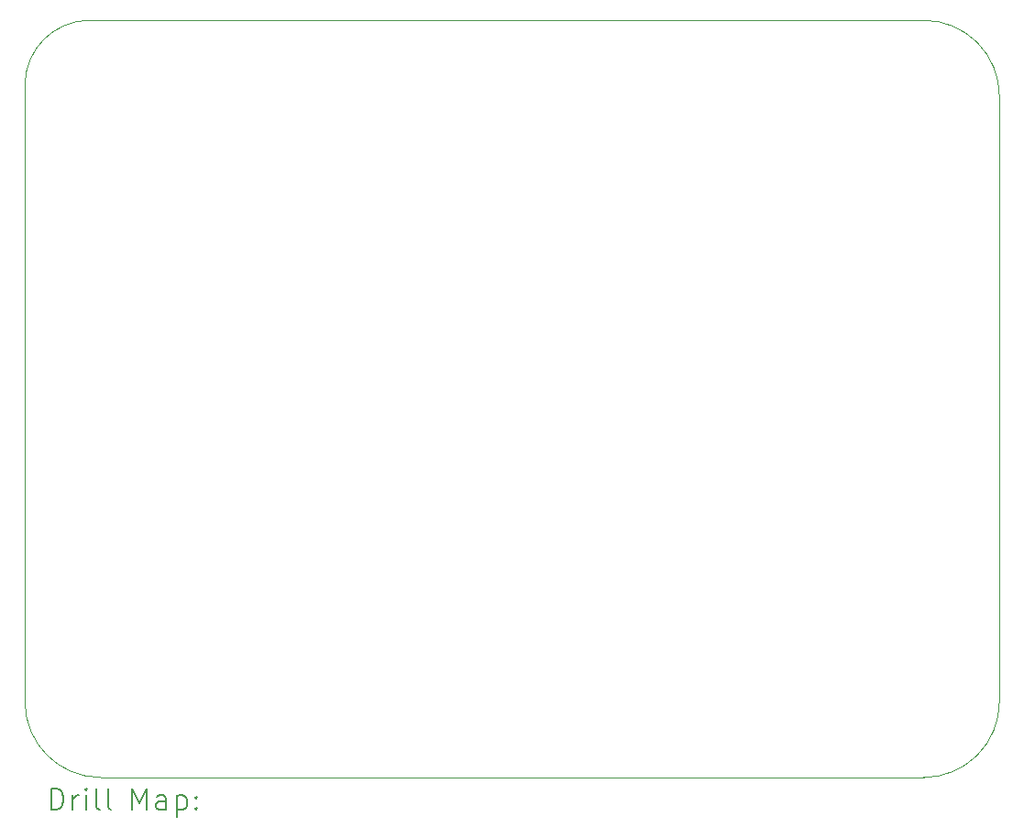
<source format=gbr>
%TF.GenerationSoftware,KiCad,Pcbnew,(7.0.0)*%
%TF.CreationDate,2023-10-26T11:16:49+02:00*%
%TF.ProjectId,Kyttiludzinator,4b797474-696c-4756-947a-696e61746f72,rev?*%
%TF.SameCoordinates,Original*%
%TF.FileFunction,Drillmap*%
%TF.FilePolarity,Positive*%
%FSLAX45Y45*%
G04 Gerber Fmt 4.5, Leading zero omitted, Abs format (unit mm)*
G04 Created by KiCad (PCBNEW (7.0.0)) date 2023-10-26 11:16:49*
%MOMM*%
%LPD*%
G01*
G04 APERTURE LIST*
%ADD10C,0.100000*%
%ADD11C,0.200000*%
G04 APERTURE END LIST*
D10*
X13300000Y-3800000D02*
G75*
G03*
X12700000Y-4400000I0J-600000D01*
G01*
X21700000Y-4500000D02*
X21700000Y-10100000D01*
X12700000Y-4800000D02*
X12700000Y-4400000D01*
X21000000Y-10800000D02*
G75*
G03*
X21700000Y-10100000I0J700000D01*
G01*
X13400000Y-10800000D02*
X21000000Y-10800000D01*
X12700000Y-4800000D02*
X12700000Y-10100000D01*
X12700000Y-10100000D02*
G75*
G03*
X13400000Y-10800000I700000J0D01*
G01*
X21700000Y-4500000D02*
G75*
G03*
X21000000Y-3800000I-700000J0D01*
G01*
X20300000Y-3800000D02*
X21000000Y-3800000D01*
X13300000Y-3800000D02*
X13600000Y-3800000D01*
X13600000Y-3800000D02*
X20300000Y-3800000D01*
D11*
X12942619Y-11098476D02*
X12942619Y-10898476D01*
X12942619Y-10898476D02*
X12990238Y-10898476D01*
X12990238Y-10898476D02*
X13018809Y-10908000D01*
X13018809Y-10908000D02*
X13037857Y-10927048D01*
X13037857Y-10927048D02*
X13047381Y-10946095D01*
X13047381Y-10946095D02*
X13056905Y-10984190D01*
X13056905Y-10984190D02*
X13056905Y-11012762D01*
X13056905Y-11012762D02*
X13047381Y-11050857D01*
X13047381Y-11050857D02*
X13037857Y-11069905D01*
X13037857Y-11069905D02*
X13018809Y-11088952D01*
X13018809Y-11088952D02*
X12990238Y-11098476D01*
X12990238Y-11098476D02*
X12942619Y-11098476D01*
X13142619Y-11098476D02*
X13142619Y-10965143D01*
X13142619Y-11003238D02*
X13152143Y-10984190D01*
X13152143Y-10984190D02*
X13161667Y-10974667D01*
X13161667Y-10974667D02*
X13180714Y-10965143D01*
X13180714Y-10965143D02*
X13199762Y-10965143D01*
X13266428Y-11098476D02*
X13266428Y-10965143D01*
X13266428Y-10898476D02*
X13256905Y-10908000D01*
X13256905Y-10908000D02*
X13266428Y-10917524D01*
X13266428Y-10917524D02*
X13275952Y-10908000D01*
X13275952Y-10908000D02*
X13266428Y-10898476D01*
X13266428Y-10898476D02*
X13266428Y-10917524D01*
X13390238Y-11098476D02*
X13371190Y-11088952D01*
X13371190Y-11088952D02*
X13361667Y-11069905D01*
X13361667Y-11069905D02*
X13361667Y-10898476D01*
X13495000Y-11098476D02*
X13475952Y-11088952D01*
X13475952Y-11088952D02*
X13466428Y-11069905D01*
X13466428Y-11069905D02*
X13466428Y-10898476D01*
X13691190Y-11098476D02*
X13691190Y-10898476D01*
X13691190Y-10898476D02*
X13757857Y-11041333D01*
X13757857Y-11041333D02*
X13824524Y-10898476D01*
X13824524Y-10898476D02*
X13824524Y-11098476D01*
X14005476Y-11098476D02*
X14005476Y-10993714D01*
X14005476Y-10993714D02*
X13995952Y-10974667D01*
X13995952Y-10974667D02*
X13976905Y-10965143D01*
X13976905Y-10965143D02*
X13938809Y-10965143D01*
X13938809Y-10965143D02*
X13919762Y-10974667D01*
X14005476Y-11088952D02*
X13986428Y-11098476D01*
X13986428Y-11098476D02*
X13938809Y-11098476D01*
X13938809Y-11098476D02*
X13919762Y-11088952D01*
X13919762Y-11088952D02*
X13910238Y-11069905D01*
X13910238Y-11069905D02*
X13910238Y-11050857D01*
X13910238Y-11050857D02*
X13919762Y-11031810D01*
X13919762Y-11031810D02*
X13938809Y-11022286D01*
X13938809Y-11022286D02*
X13986428Y-11022286D01*
X13986428Y-11022286D02*
X14005476Y-11012762D01*
X14100714Y-10965143D02*
X14100714Y-11165143D01*
X14100714Y-10974667D02*
X14119762Y-10965143D01*
X14119762Y-10965143D02*
X14157857Y-10965143D01*
X14157857Y-10965143D02*
X14176905Y-10974667D01*
X14176905Y-10974667D02*
X14186428Y-10984190D01*
X14186428Y-10984190D02*
X14195952Y-11003238D01*
X14195952Y-11003238D02*
X14195952Y-11060381D01*
X14195952Y-11060381D02*
X14186428Y-11079429D01*
X14186428Y-11079429D02*
X14176905Y-11088952D01*
X14176905Y-11088952D02*
X14157857Y-11098476D01*
X14157857Y-11098476D02*
X14119762Y-11098476D01*
X14119762Y-11098476D02*
X14100714Y-11088952D01*
X14281667Y-11079429D02*
X14291190Y-11088952D01*
X14291190Y-11088952D02*
X14281667Y-11098476D01*
X14281667Y-11098476D02*
X14272143Y-11088952D01*
X14272143Y-11088952D02*
X14281667Y-11079429D01*
X14281667Y-11079429D02*
X14281667Y-11098476D01*
X14281667Y-10974667D02*
X14291190Y-10984190D01*
X14291190Y-10984190D02*
X14281667Y-10993714D01*
X14281667Y-10993714D02*
X14272143Y-10984190D01*
X14272143Y-10984190D02*
X14281667Y-10974667D01*
X14281667Y-10974667D02*
X14281667Y-10993714D01*
M02*

</source>
